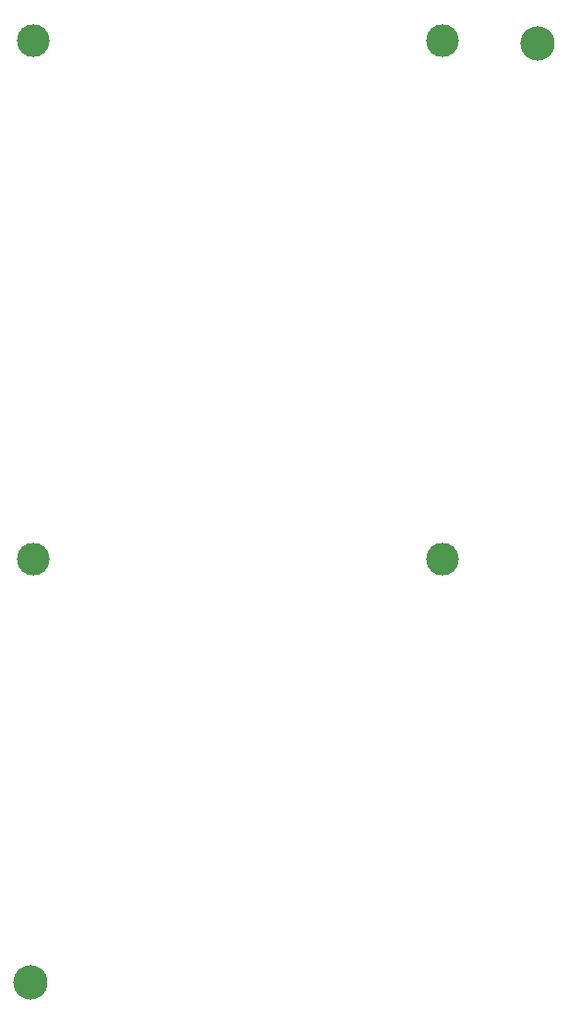
<source format=gbr>
%TF.GenerationSoftware,Altium Limited,Altium Designer,24.0.1 (36)*%
G04 Layer_Color=0*
%FSLAX45Y45*%
%MOMM*%
%TF.SameCoordinates,95B5C6B2-F670-4A0E-B731-85317CB4A22F*%
%TF.FilePolarity,Positive*%
%TF.FileFunction,NonPlated,1,2,NPTH,Drill*%
%TF.Part,Single*%
G01*
G75*
%TA.AperFunction,ComponentDrill*%
%ADD90C,3.15000*%
%ADD91C,3.00000*%
D90*
X5000000Y8950000D02*
D03*
X350000Y350000D02*
D03*
D91*
X4125000Y4225000D02*
D03*
X375000D02*
D03*
Y8975000D02*
D03*
X4125000D02*
D03*
%TF.MD5,4a90f7e513b81c8ff78d5e838170453b*%
M02*

</source>
